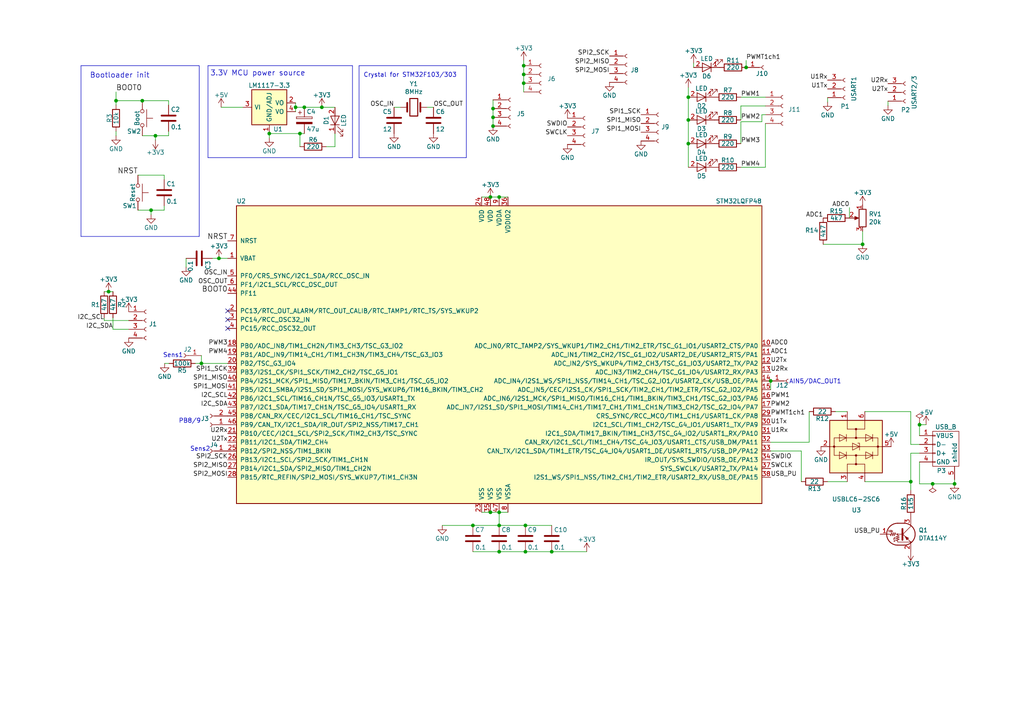
<source format=kicad_sch>
(kicad_sch (version 20230121) (generator eeschema)
  (paper "A4")
  (lib_symbols
    (symbol "Connector:Conn_01x01_Female" (pin_names (offset 1.016) hide)
      (property "Reference" "J" (at 0 2.54 0))
      (property "Value" "Conn_01x01_Female" (at 0 -2.54 0))
      (symbol "Conn_01x01_Female_1_1"
        (polyline (pts (xy -1.27 0) (xy -0.508 0)) (stroke (width 0.1524)))
        (arc (start 0 0.508) (mid -0.5058 0) (end 0 -0.508) (stroke (width 0.1524)))
        (pin passive line (at -5.08 0 0) (length 3.81) (name "Pin_1") (number "1"))
      )
    )
    (symbol "Connector:Conn_01x02_Female" (pin_names (offset 1.016) hide)
      (property "Reference" "J" (at 0 2.54 0))
      (property "Value" "Conn_01x02_Female" (at 0 -5.08 0))
      (symbol "Conn_01x02_Female_1_1"
        (arc (start 0 -2.032) (mid -0.5058 -2.54) (end 0 -3.048) (stroke (width 0.1524)))
        (polyline (pts (xy -1.27 -2.54) (xy -0.508 -2.54)) (stroke (width 0.1524)))
        (polyline (pts (xy -1.27 0) (xy -0.508 0)) (stroke (width 0.1524)))
        (arc (start 0 0.508) (mid -0.5058 0) (end 0 -0.508) (stroke (width 0.1524)))
        (pin passive line (at -5.08 0 0) (length 3.81) (name "Pin_1") (number "1"))
        (pin passive line (at -5.08 -2.54 0) (length 3.81) (name "Pin_2") (number "2"))
      )
    )
    (symbol "Connector:Conn_01x03_Female" (pin_names (offset 1.016) hide)
      (property "Reference" "J" (at 0 5.08 0))
      (property "Value" "Conn_01x03_Female" (at 0 -5.08 0))
      (symbol "Conn_01x03_Female_1_1"
        (arc (start 0 -2.032) (mid -0.5058 -2.54) (end 0 -3.048) (stroke (width 0.1524)))
        (polyline (pts (xy -1.27 -2.54) (xy -0.508 -2.54)) (stroke (width 0.1524)))
        (polyline (pts (xy -1.27 0) (xy -0.508 0)) (stroke (width 0.1524)))
        (polyline (pts (xy -1.27 2.54) (xy -0.508 2.54)) (stroke (width 0.1524)))
        (arc (start 0 0.508) (mid -0.5058 0) (end 0 -0.508) (stroke (width 0.1524)))
        (arc (start 0 3.048) (mid -0.5058 2.54) (end 0 2.032) (stroke (width 0.1524)))
        (pin passive line (at -5.08 2.54 0) (length 3.81) (name "Pin_1") (number "1"))
        (pin passive line (at -5.08 0 0) (length 3.81) (name "Pin_2") (number "2"))
        (pin passive line (at -5.08 -2.54 0) (length 3.81) (name "Pin_3") (number "3"))
      )
    )
    (symbol "Connector:Conn_01x04_Female" (pin_names (offset 1.016) hide)
      (property "Reference" "J" (at 0 5.08 0))
      (property "Value" "Conn_01x04_Female" (at 0 -7.62 0))
      (symbol "Conn_01x04_Female_1_1"
        (arc (start 0 -4.572) (mid -0.5058 -5.08) (end 0 -5.588) (stroke (width 0.1524)))
        (arc (start 0 -2.032) (mid -0.5058 -2.54) (end 0 -3.048) (stroke (width 0.1524)))
        (polyline (pts (xy -1.27 -5.08) (xy -0.508 -5.08)) (stroke (width 0.1524)))
        (polyline (pts (xy -1.27 -2.54) (xy -0.508 -2.54)) (stroke (width 0.1524)))
        (polyline (pts (xy -1.27 0) (xy -0.508 0)) (stroke (width 0.1524)))
        (polyline (pts (xy -1.27 2.54) (xy -0.508 2.54)) (stroke (width 0.1524)))
        (arc (start 0 0.508) (mid -0.5058 0) (end 0 -0.508) (stroke (width 0.1524)))
        (arc (start 0 3.048) (mid -0.5058 2.54) (end 0 2.032) (stroke (width 0.1524)))
        (pin passive line (at -5.08 2.54 0) (length 3.81) (name "Pin_1") (number "1"))
        (pin passive line (at -5.08 0 0) (length 3.81) (name "Pin_2") (number "2"))
        (pin passive line (at -5.08 -2.54 0) (length 3.81) (name "Pin_3") (number "3"))
        (pin passive line (at -5.08 -5.08 0) (length 3.81) (name "Pin_4") (number "4"))
      )
    )
    (symbol "Device:Crystal" (pin_numbers hide) (pin_names (offset 1.016) hide)
      (property "Reference" "Y" (at 0 3.81 0))
      (property "Value" "Crystal" (at 0 -3.81 0))
      (symbol "Crystal_0_1"
        (rectangle (start -1.143 2.54) (end 1.143 -2.54) (stroke (width 0.3048)))
        (polyline (pts (xy -2.54 0) (xy -1.905 0)))
        (polyline (pts (xy -1.905 -1.27) (xy -1.905 1.27)) (stroke (width 0.508)))
        (polyline (pts (xy 1.905 -1.27) (xy 1.905 1.27)) (stroke (width 0.508)))
        (polyline (pts (xy 2.54 0) (xy 1.905 0)))
      )
      (symbol "Crystal_1_1"
        (pin passive line (at -3.81 0 0) (length 1.27) (name "1") (number "1"))
        (pin passive line (at 3.81 0 180) (length 1.27) (name "2") (number "2"))
      )
    )
    (symbol "Device:R_Potentiometer" (pin_names (offset 1.016) hide)
      (property "Reference" "RV" (at -4.445 0 90))
      (property "Value" "R_Potentiometer" (at -2.54 0 90))
      (symbol "R_Potentiometer_0_1"
        (polyline (pts (xy 2.54 0) (xy 1.524 0)))
        (polyline (pts (xy 1.143 0) (xy 2.286 0.508) (xy 2.286 -0.508) (xy 1.143 0)) (fill (type outline)))
        (rectangle (start 1.016 2.54) (end -1.016 -2.54) (stroke (width 0.254)))
      )
      (symbol "R_Potentiometer_1_1"
        (pin passive line (at 0 3.81 270) (length 1.27) (name "1") (number "1"))
        (pin passive line (at 3.81 0 180) (length 1.27) (name "2") (number "2"))
        (pin passive line (at 0 -3.81 90) (length 1.27) (name "3") (number "3"))
      )
    )
    (symbol "Power_Protection:USBLC6-2SC6" (pin_names hide)
      (property "Reference" "U" (at 2.54 8.89 0))
      (property "Value" "USBLC6-2SC6" (at 2.54 -8.89 0))
      (symbol "USBLC6-2SC6_0_1"
        (rectangle (start -7.62 -7.62) (end 7.62 7.62) (stroke (width 0.254)) (fill (type background)))
        (circle (center -5.08 0) (radius 0.254) (fill (type outline)))
        (circle (center -2.54 0) (radius 0.254) (fill (type outline)))
        (rectangle (start -2.54 6.35) (end 2.54 -6.35))
        (circle (center 0 -6.35) (radius 0.254) (fill (type outline)))
        (polyline (pts (xy -5.08 -2.54) (xy -7.62 -2.54)))
        (polyline (pts (xy -5.08 0) (xy -5.08 -2.54)))
        (polyline (pts (xy -5.08 2.54) (xy -7.62 2.54)))
        (polyline (pts (xy -1.524 -2.794) (xy -3.556 -2.794)))
        (polyline (pts (xy -1.524 4.826) (xy -3.556 4.826)))
        (polyline (pts (xy 0 -7.62) (xy 0 -6.35)))
        (polyline (pts (xy 0 -6.35) (xy 0 1.27)))
        (polyline (pts (xy 0 1.27) (xy 0 6.35)))
        (polyline (pts (xy 0 6.35) (xy 0 7.62)))
        (polyline (pts (xy 1.524 -2.794) (xy 3.556 -2.794)))
        (polyline (pts (xy 1.524 4.826) (xy 3.556 4.826)))
        (polyline (pts (xy 5.08 -2.54) (xy 7.62 -2.54)))
        (polyline (pts (xy 5.08 0) (xy 5.08 -2.54)))
        (polyline (pts (xy 5.08 2.54) (xy 7.62 2.54)))
        (polyline (pts (xy -2.54 0) (xy -5.08 0) (xy -5.08 2.54)))
        (polyline (pts (xy 2.54 0) (xy 5.08 0) (xy 5.08 2.54)))
        (polyline (pts (xy -3.556 -4.826) (xy -1.524 -4.826) (xy -2.54 -2.794) (xy -3.556 -4.826)))
        (polyline (pts (xy -3.556 2.794) (xy -1.524 2.794) (xy -2.54 4.826) (xy -3.556 2.794)))
        (polyline (pts (xy -1.016 -1.016) (xy 1.016 -1.016) (xy 0 1.016) (xy -1.016 -1.016)))
        (polyline (pts (xy 1.016 1.016) (xy 0.762 1.016) (xy -1.016 1.016) (xy -1.016 0.508)))
        (polyline (pts (xy 3.556 -4.826) (xy 1.524 -4.826) (xy 2.54 -2.794) (xy 3.556 -4.826)))
        (polyline (pts (xy 3.556 2.794) (xy 1.524 2.794) (xy 2.54 4.826) (xy 3.556 2.794)))
        (circle (center 0 6.35) (radius 0.254) (fill (type outline)))
        (circle (center 2.54 0) (radius 0.254) (fill (type outline)))
        (circle (center 5.08 0) (radius 0.254) (fill (type outline)))
      )
      (symbol "USBLC6-2SC6_1_1"
        (pin passive line (at -10.16 -2.54 0) (length 2.54) (name "I/O1") (number "1"))
        (pin passive line (at 0 -10.16 90) (length 2.54) (name "GND") (number "2"))
        (pin passive line (at 10.16 -2.54 180) (length 2.54) (name "I/O2") (number "3"))
        (pin passive line (at 10.16 2.54 180) (length 2.54) (name "I/O2") (number "4"))
        (pin passive line (at 0 10.16 270) (length 2.54) (name "VBUS") (number "5"))
        (pin passive line (at -10.16 2.54 0) (length 2.54) (name "I/O1") (number "6"))
      )
    )
    (symbol "Transistor_BJT:DTA114Y" (pin_names (offset 0) hide)
      (property "Reference" "Q" (at 5.08 1.905 0))
      (property "Value" "DTA114Y" (at 5.08 0 0))
      (symbol "DTA114Y_0_0"
        (text "10k" (at -3.302 0.889 0) (effects (font (size 0.508 0.508))))
        (text "47k" (at -2.159 -1.524 900) (effects (font (size 0.508 0.508))))
      )
      (symbol "DTA114Y_0_1"
        (circle (center -1.27 0) (radius 0.127))
        (arc (start -1.27 3.175) (mid -4.4312 0) (end -1.27 -3.175) (stroke (width 0.254)))
        (polyline (pts (xy -3.429 0) (xy -3.81 0)))
        (polyline (pts (xy -1.27 -3.175) (xy 0.635 -3.175)) (stroke (width 0.254)))
        (polyline (pts (xy -1.27 3.175) (xy 0.635 3.175)) (stroke (width 0.254)))
        (polyline (pts (xy 0 -0.254) (xy 2.54 2.286)))
        (polyline (pts (xy 0.127 1.524) (xy 0.127 -1.651)) (stroke (width 0.508)) (fill (type outline)))
        (polyline (pts (xy 2.54 2.286) (xy 2.54 2.54)))
        (polyline (pts (xy 2.54 -2.286) (xy 0 0.254) (xy 0 0.254)))
        (polyline (pts (xy 1.397 -1.651) (xy 1.905 -1.143) (xy 0.889 -0.635) (xy 1.397 -1.651)) (fill (type outline)))
        (polyline (pts (xy 0 0) (xy -1.905 0) (xy -2.032 0.508) (xy -2.286 -0.508) (xy -2.54 0.508) (xy -2.794 -0.508) (xy -3.048 0.508) (xy -3.302 -0.508) (xy -3.429 0)))
        (polyline (pts (xy -1.27 0) (xy -1.27 -0.381) (xy -0.762 -0.508) (xy -1.778 -0.762) (xy -0.762 -1.016) (xy -1.778 -1.27) (xy -0.762 -1.524) (xy -1.778 -1.778) (xy -1.27 -1.905) (xy -1.27 -2.286) (xy 2.54 -2.286)))
        (arc (start 0.635 -3.175) (mid 3.7962 0) (end 0.635 3.175) (stroke (width 0.254)))
        (circle (center 2.54 -2.286) (radius 0.127))
      )
      (symbol "DTA114Y_1_1"
        (pin input line (at -6.35 0 0) (length 2.54) (name "B") (number "1"))
        (pin passive line (at 2.54 -5.08 90) (length 2.54) (name "E") (number "2"))
        (pin passive line (at 2.54 5.08 270) (length 2.54) (name "C") (number "3"))
      )
    )
    (symbol "stm32-rescue:+3.3V" (power) (pin_names (offset 0))
      (property "Value" "+3.3V" (at 0 3.556 0))
      (symbol "+3.3V_0_1"
        (polyline (pts (xy -0.762 1.27) (xy 0 2.54)))
        (polyline (pts (xy 0 0) (xy 0 2.54)))
        (polyline (pts (xy 0 2.54) (xy 0.762 1.27)))
      )
      (symbol "+3.3V_1_1"
        (pin power_in line (at 0 0 90) (length 0) hide (name "+3V3") (number "1"))
      )
    )
    (symbol "stm32-rescue:+5V" (power) (pin_names (offset 0))
      (property "Value" "+5V" (at 0 3.556 0))
      (symbol "+5V_0_1"
        (polyline (pts (xy -0.762 1.27) (xy 0 2.54)))
        (polyline (pts (xy 0 0) (xy 0 2.54)))
        (polyline (pts (xy 0 2.54) (xy 0.762 1.27)))
      )
      (symbol "+5V_1_1"
        (pin power_in line (at 0 0 90) (length 0) hide (name "+5V") (number "1"))
      )
    )
    (symbol "stm32-rescue:C" (pin_numbers hide) (pin_names (offset 0.254))
      (property "Reference" "C" (at 0.635 2.54 0))
      (property "Value" "C" (at 0.635 -2.54 0))
      (symbol "C_0_1"
        (polyline (pts (xy -2.032 -0.762) (xy 2.032 -0.762)) (stroke (width 0.508)))
        (polyline (pts (xy -2.032 0.762) (xy 2.032 0.762)) (stroke (width 0.508)))
      )
      (symbol "C_1_1"
        (pin passive line (at 0 3.81 270) (length 2.794) (name "~") (number "1"))
        (pin passive line (at 0 -3.81 90) (length 2.794) (name "~") (number "2"))
      )
    )
    (symbol "stm32-rescue:CP" (pin_numbers hide) (pin_names (offset 0.254))
      (property "Reference" "C" (at 0.635 2.54 0))
      (property "Value" "CP" (at 0.635 -2.54 0))
      (symbol "CP_0_1"
        (rectangle (start -2.286 0.508) (end -2.286 1.016))
        (rectangle (start -2.286 0.508) (end 2.286 0.508))
        (polyline (pts (xy -1.778 2.286) (xy -0.762 2.286)))
        (polyline (pts (xy -1.27 2.794) (xy -1.27 1.778)))
        (rectangle (start 2.286 -0.508) (end -2.286 -1.016) (fill (type outline)))
        (rectangle (start 2.286 1.016) (end -2.286 1.016))
        (rectangle (start 2.286 1.016) (end 2.286 0.508))
      )
      (symbol "CP_1_1"
        (pin passive line (at 0 3.81 270) (length 2.794) (name "~") (number "1"))
        (pin passive line (at 0 -3.81 90) (length 2.794) (name "~") (number "2"))
      )
    )
    (symbol "stm32-rescue:GND" (power) (pin_names (offset 0))
      (property "Value" "GND" (at 0 -3.81 0))
      (symbol "GND_0_1"
        (polyline (pts (xy 0 0) (xy 0 -1.27) (xy 1.27 -1.27) (xy 0 -2.54) (xy -1.27 -1.27) (xy 0 -1.27)))
      )
      (symbol "GND_1_1"
        (pin power_in line (at 0 0 270) (length 0) hide (name "GND") (number "1"))
      )
    )
    (symbol "stm32-rescue:LED-RESCUE-stm32" (pin_names (offset 1.016) hide)
      (property "Reference" "D" (at 0 2.54 0))
      (property "Value" "LED-RESCUE-stm32" (at 0 -2.54 0))
      (symbol "LED-RESCUE-stm32_0_1"
        (polyline (pts (xy -1.27 -1.27) (xy -1.27 1.27)) (stroke (width 0.2032)))
        (polyline (pts (xy -1.27 0) (xy 1.27 0)))
        (polyline (pts (xy 1.27 -1.27) (xy 1.27 1.27) (xy -1.27 0) (xy 1.27 -1.27)) (stroke (width 0.2032)))
        (polyline (pts (xy -3.048 -0.762) (xy -4.572 -2.286) (xy -3.81 -2.286) (xy -4.572 -2.286) (xy -4.572 -1.524)))
        (polyline (pts (xy -1.778 -0.762) (xy -3.302 -2.286) (xy -2.54 -2.286) (xy -3.302 -2.286) (xy -3.302 -1.524)))
      )
      (symbol "LED-RESCUE-stm32_1_1"
        (pin passive line (at -3.81 0 0) (length 2.54) (name "K") (number "1"))
        (pin passive line (at 3.81 0 180) (length 2.54) (name "A") (number "2"))
      )
    )
    (symbol "stm32-rescue:LM1117-3.3-RESCUE-stm32" (pin_names (offset 0.762))
      (property "Reference" "U" (at 2.54 -6.35 0))
      (property "Value" "LM1117-3.3-RESCUE-stm32" (at 0 6.35 0))
      (symbol "LM1117-3.3-RESCUE-stm32_0_1"
        (rectangle (start -5.08 -5.08) (end 5.08 5.08) (stroke (width 0.254)) (fill (type background)))
      )
      (symbol "LM1117-3.3-RESCUE-stm32_1_1"
        (pin power_in line (at 0 -7.62 90) (length 2.54) (name "GND/ADJ") (number "1"))
        (pin passive line (at 7.62 1.27 180) (length 2.54) (name "VO") (number "2"))
        (pin power_in line (at -7.62 0 0) (length 2.54) (name "VI") (number "3"))
        (pin power_out line (at 7.62 -1.27 180) (length 2.54) (name "VO") (number "4"))
      )
    )
    (symbol "stm32-rescue:PWR_FLAG" (power) (pin_numbers hide) (pin_names (offset 0) hide)
      (property "Value" "PWR_FLAG" (at 0 3.81 0))
      (symbol "PWR_FLAG_0_0"
        (pin power_out line (at 0 0 90) (length 0) (name "pwr") (number "1"))
      )
      (symbol "PWR_FLAG_0_1"
        (polyline (pts (xy 0 0) (xy 0 1.27) (xy -1.016 1.905) (xy 0 2.54) (xy 1.016 1.905) (xy 0 1.27)))
      )
    )
    (symbol "stm32-rescue:R" (pin_numbers hide) (pin_names (offset 0))
      (property "Reference" "R" (at 2.032 0 90))
      (property "Value" "R" (at 0 0 90))
      (symbol "R_0_1"
        (rectangle (start -1.016 -2.54) (end 1.016 2.54) (stroke (width 0.254)))
      )
      (symbol "R_1_1"
        (pin passive line (at 0 3.81 270) (length 1.27) (name "~") (number "1"))
        (pin passive line (at 0 -3.81 90) (length 1.27) (name "~") (number "2"))
      )
    )
    (symbol "stm32-rescue:STM32F042C6Tx" (pin_names (offset 1.016))
      (property "Reference" "U" (at -76.2 43.815 0))
      (property "Value" "STM32F042C6Tx" (at 76.2 43.815 0))
      (property "Footprint" "LQFP48" (at 76.2 42.545 0))
      (symbol "STM32F042C6Tx_0_1"
        (rectangle (start -76.2 -43.18) (end 76.2 43.18) (stroke (width 0.254)) (fill (type background)))
      )
      (symbol "STM32F042C6Tx_1_1"
        (pin power_in line (at -78.74 27.94 0) (length 2.54) (name "VBAT") (number "1"))
        (pin bidirectional line (at 78.74 2.54 180) (length 2.54) (name "ADC_IN0/RTC_TAMP2/SYS_WKUP1/TIM2_CH1/TIM2_ETR/TSC_G1_IO1/USART2_CTS/PA0") (number "10"))
        (pin bidirectional line (at 78.74 0 180) (length 2.54) (name "ADC_IN1/TIM2_CH2/TSC_G1_IO2/USART2_DE/USART2_RTS/PA1") (number "11"))
        (pin bidirectional line (at 78.74 -2.54 180) (length 2.54) (name "ADC_IN2/SYS_WKUP4/TIM2_CH3/TSC_G1_IO3/USART2_TX/PA2") (number "12"))
        (pin bidirectional line (at 78.74 -5.08 180) (length 2.54) (name "ADC_IN3/TIM2_CH4/TSC_G1_IO4/USART2_RX/PA3") (number "13"))
        (pin bidirectional line (at 78.74 -7.62 180) (length 2.54) (name "ADC_IN4/I2S1_WS/SPI1_NSS/TIM14_CH1/TSC_G2_IO1/USART2_CK/USB_OE/PA4") (number "14"))
        (pin bidirectional line (at 78.74 -10.16 180) (length 2.54) (name "ADC_IN5/CEC/I2S1_CK/SPI1_SCK/TIM2_CH1/TIM2_ETR/TSC_G2_IO2/PA5") (number "15"))
        (pin bidirectional line (at 78.74 -12.7 180) (length 2.54) (name "ADC_IN6/I2S1_MCK/SPI1_MISO/TIM16_CH1/TIM1_BKIN/TIM3_CH1/TSC_G2_IO3/PA6") (number "16"))
        (pin bidirectional line (at 78.74 -15.24 180) (length 2.54) (name "ADC_IN7/I2S1_SD/SPI1_MOSI/TIM14_CH1/TIM17_CH1/TIM1_CH1N/TIM3_CH2/TSC_G2_IO4/PA7") (number "17"))
        (pin bidirectional line (at -78.74 2.54 0) (length 2.54) (name "PB0/ADC_IN8/TIM1_CH2N/TIM3_CH3/TSC_G3_IO2") (number "18"))
        (pin bidirectional line (at -78.74 0 0) (length 2.54) (name "PB1/ADC_IN9/TIM14_CH1/TIM1_CH3N/TIM3_CH4/TSC_G3_IO3") (number "19"))
        (pin bidirectional line (at -78.74 12.7 0) (length 2.54) (name "PC13/RTC_OUT_ALARM/RTC_OUT_CALIB/RTC_TAMP1/RTC_TS/SYS_WKUP2") (number "2"))
        (pin bidirectional line (at -78.74 -2.54 0) (length 2.54) (name "PB2/TSC_G3_IO4") (number "20"))
        (pin bidirectional line (at -78.74 -22.86 0) (length 2.54) (name "PB10/CEC/I2C1_SCL/SPI2_SCK/TIM2_CH3/TSC_SYNC") (number "21"))
        (pin bidirectional line (at -78.74 -25.4 0) (length 2.54) (name "PB11/I2C1_SDA/TIM2_CH4") (number "22"))
        (pin power_in line (at -5.08 -45.72 90) (length 2.54) (name "VSS") (number "23"))
        (pin power_in line (at -5.08 45.72 270) (length 2.54) (name "VDD") (number "24"))
        (pin bidirectional line (at -78.74 -27.94 0) (length 2.54) (name "PB12/SPI2_NSS/TIM1_BKIN") (number "25"))
        (pin bidirectional line (at -78.74 -30.48 0) (length 2.54) (name "PB13/I2C1_SCL/SPI2_SCK/TIM1_CH1N") (number "26"))
        (pin bidirectional line (at -78.74 -33.02 0) (length 2.54) (name "PB14/I2C1_SDA/SPI2_MISO/TIM1_CH2N") (number "27"))
        (pin bidirectional line (at -78.74 -35.56 0) (length 2.54) (name "PB15/RTC_REFIN/SPI2_MOSI/SYS_WKUP7/TIM1_CH3N") (number "28"))
        (pin bidirectional line (at 78.74 -17.78 180) (length 2.54) (name "CRS_SYNC/RCC_MCO/TIM1_CH1/USART1_CK/PA8") (number "29"))
        (pin bidirectional line (at -78.74 10.16 0) (length 2.54) (name "PC14/RCC_OSC32_IN") (number "3"))
        (pin bidirectional line (at 78.74 -20.32 180) (length 2.54) (name "I2C1_SCL/TIM1_CH2/TSC_G4_IO1/USART1_TX/PA9") (number "30"))
        (pin bidirectional line (at 78.74 -22.86 180) (length 2.54) (name "I2C1_SDA/TIM17_BKIN/TIM1_CH3/TSC_G4_IO2/USART1_RX/PA10") (number "31"))
        (pin bidirectional line (at 78.74 -25.4 180) (length 2.54) (name "CAN_RX/I2C1_SCL/TIM1_CH4/TSC_G4_IO3/USART1_CTS/USB_DM/PA11") (number "32"))
        (pin bidirectional line (at 78.74 -27.94 180) (length 2.54) (name "CAN_TX/I2C1_SDA/TIM1_ETR/TSC_G4_IO4/USART1_DE/USART1_RTS/USB_DP/PA12") (number "33"))
        (pin bidirectional line (at 78.74 -30.48 180) (length 2.54) (name "IR_OUT/SYS_SWDIO/USB_OE/PA13") (number "34"))
        (pin power_in line (at -2.54 -45.72 90) (length 2.54) (name "VSS") (number "35"))
        (pin power_in line (at 2.54 45.72 270) (length 2.54) (name "VDDIO2") (number "36"))
        (pin bidirectional line (at 78.74 -33.02 180) (length 2.54) (name "SYS_SWCLK/USART2_TX/PA14") (number "37"))
        (pin bidirectional line (at 78.74 -35.56 180) (length 2.54) (name "I2S1_WS/SPI1_NSS/TIM2_CH1/TIM2_ETR/USART2_RX/USB_OE/PA15") (number "38"))
        (pin bidirectional line (at -78.74 -5.08 0) (length 2.54) (name "PB3/I2S1_CK/SPI1_SCK/TIM2_CH2/TSC_G5_IO1") (number "39"))
        (pin bidirectional line (at -78.74 7.62 0) (length 2.54) (name "PC15/RCC_OSC32_OUT") (number "4"))
        (pin bidirectional line (at -78.74 -7.62 0) (length 2.54) (name "PB4/I2S1_MCK/SPI1_MISO/TIM17_BKIN/TIM3_CH1/TSC_G5_IO2") (number "40"))
        (pin bidirectional line (at -78.74 -10.16 0) (length 2.54) (name "PB5/I2C1_SMBA/I2S1_SD/SPI1_MOSI/SYS_WKUP6/TIM16_BKIN/TIM3_CH2") (number "41"))
        (pin bidirectional line (at -78.74 -12.7 0) (length 2.54) (name "PB6/I2C1_SCL/TIM16_CH1N/TSC_G5_IO3/USART1_TX") (number "42"))
        (pin bidirectional line (at -78.74 -15.24 0) (length 2.54) (name "PB7/I2C1_SDA/TIM17_CH1N/TSC_G5_IO4/USART1_RX") (number "43"))
        (pin bidirectional line (at -78.74 17.78 0) (length 2.54) (name "PF11") (number "44"))
        (pin bidirectional line (at -78.74 -17.78 0) (length 2.54) (name "PB8/CAN_RX/CEC/I2C1_SCL/TIM16_CH1/TSC_SYNC") (number "45"))
        (pin bidirectional line (at -78.74 -20.32 0) (length 2.54) (name "PB9/CAN_TX/I2C1_SDA/IR_OUT/SPI2_NSS/TIM17_CH1") (number "46"))
        (pin power_in line (at 0 -45.72 90) (length 2.54) (name "VSS") (number "47"))
        (pin power_in line (at -2.54 45.72 270) (length 2.54) (name "VDD") (number "48"))
        (pin input line (at -78.74 22.86 0) (length 2.54) (name "PF0/CRS_SYNC/I2C1_SDA/RCC_OSC_IN") (number "5"))
        (pin input line (at -78.74 20.32 0) (length 2.54) (name "PF1/I2C1_SCL/RCC_OSC_OUT") (number "6"))
        (pin input line (at -78.74 33.02 0) (length 2.54) (name "NRST") (number "7"))
        (pin power_in line (at 2.54 -45.72 90) (length 2.54) (name "VSSA") (number "8"))
        (pin power_in line (at 0 45.72 270) (length 2.54) (name "VDDA") (number "9"))
      )
    )
    (symbol "stm32-rescue:SW_Push" (pin_numbers hide) (pin_names (offset 1.016) hide)
      (property "Reference" "SW" (at 1.27 2.54 0))
      (property "Value" "SW_Push" (at 0 -1.524 0))
      (symbol "SW_Push_0_1"
        (circle (center -2.032 0) (radius 0.508))
        (polyline (pts (xy 0 1.27) (xy 0 3.048)))
        (polyline (pts (xy 2.54 1.27) (xy -2.54 1.27)))
        (circle (center 2.032 0) (radius 0.508))
        (pin passive line (at -5.08 0 0) (length 2.54) (name "1") (number "1"))
        (pin passive line (at 5.08 0 180) (length 2.54) (name "2") (number "2"))
      )
    )
    (symbol "stm32-rescue:USB_A-RESCUE-stm32" (pin_names (offset 1.016))
      (property "Reference" "P" (at 5.08 -5.08 0))
      (property "Value" "USB_A-RESCUE-stm32" (at -1.27 5.08 0))
      (symbol "USB_A-RESCUE-stm32_0_1"
        (rectangle (start -6.35 -3.81) (end 3.81 3.81))
        (rectangle (start -5.207 -3.81) (end -4.953 -3.048))
        (rectangle (start -2.667 -3.81) (end -2.413 -3.048))
        (rectangle (start -0.127 -3.81) (end 0.127 -3.048))
        (rectangle (start 2.413 -3.81) (end 2.667 -3.048))
      )
      (symbol "USB_A-RESCUE-stm32_1_1"
        (pin power_in line (at -5.08 -7.62 90) (length 3.81) (name "VBUS") (number "1"))
        (pin passive line (at -2.54 -7.62 90) (length 3.81) (name "D-") (number "2"))
        (pin passive line (at 0 -7.62 90) (length 3.81) (name "D+") (number "3"))
        (pin power_in line (at 2.54 -7.62 90) (length 3.81) (name "GND") (number "4"))
        (pin passive line (at 7.62 2.54 180) (length 3.81) (name "shield") (number "5"))
      )
    )
  )
  (junction (at 199.644 34.798))
  (junction (at 45.085 39.37))
  (junction (at 264.16 139.7))
  (junction (at 143.002 34.036))
  (junction (at 151.892 19.05))
  (junction (at 152.4 152.4))
  (junction (at 276.86 140.335))
  (junction (at 199.644 41.656))
  (junction (at 160.02 160.02))
  (junction (at 33.655 29.21))
  (junction (at 86.995 38.735))
  (junction (at 151.892 21.59))
  (junction (at 143.002 31.496))
  (junction (at 270.51 140.335))
  (junction (at 223.52 110.49))
  (junction (at 142.24 57.15))
  (junction (at 151.892 24.13))
  (junction (at 152.4 160.02))
  (junction (at 85.725 31.115))
  (junction (at 144.78 160.02))
  (junction (at 216.408 19.558))
  (junction (at 58.42 105.41))
  (junction (at 142.24 148.59))
  (junction (at 41.275 29.21))
  (junction (at 63.5 74.93))
  (junction (at 31.496 84.582))
  (junction (at 137.16 152.4))
  (junction (at 144.78 57.15))
  (junction (at 143.002 36.576))
  (junction (at 266.7 123.19))
  (junction (at 88.265 31.115))
  (junction (at 144.78 152.4))
  (junction (at 250.19 70.866))
  (junction (at 93.345 31.115))
  (junction (at 199.644 28.194))
  (junction (at 144.78 148.59))
  (junction (at 43.815 60.96))
  (junction (at 78.105 38.735))
  (no_connect (at 66.04 95.25))
  (no_connect (at 66.04 90.17))
  (no_connect (at 66.04 92.71))
  (wire (pts (xy 264.16 128.905) (xy 266.7 128.905)))
  (polyline (pts (xy 102.235 19.05) (xy 102.235 45.72)))
  (wire (pts (xy 47.625 60.96) (xy 47.625 59.69)))
  (wire (pts (xy 137.16 160.02) (xy 144.78 160.02)))
  (wire (pts (xy 151.892 24.13) (xy 151.892 26.67)))
  (wire (pts (xy 33.655 26.67) (xy 33.655 29.21)))
  (wire (pts (xy 264.16 142.24) (xy 264.16 139.7)))
  (wire (pts (xy 37.338 92.964) (xy 30.226 92.964)))
  (wire (pts (xy 250.825 139.7) (xy 264.16 139.7)))
  (wire (pts (xy 61.595 74.93) (xy 63.5 74.93)))
  (wire (pts (xy 223.52 128.27) (xy 234.696 128.27)))
  (wire (pts (xy 43.815 62.23) (xy 43.815 60.96)))
  (polyline (pts (xy 23.495 19.05) (xy 23.495 68.58)))
  (wire (pts (xy 250.825 119.38) (xy 264.16 119.38)))
  (wire (pts (xy 56.642 105.41) (xy 58.42 105.41)))
  (wire (pts (xy 93.345 31.115) (xy 97.155 31.115)))
  (wire (pts (xy 47.625 50.8) (xy 47.625 52.07)))
  (wire (pts (xy 152.4 152.4) (xy 160.02 152.4)))
  (wire (pts (xy 240.03 139.7) (xy 245.745 139.7)))
  (wire (pts (xy 276.86 140.335) (xy 270.51 140.335)))
  (wire (pts (xy 40.005 60.96) (xy 43.815 60.96)))
  (wire (pts (xy 220.98 33.274) (xy 221.996 33.274)))
  (wire (pts (xy 30.226 92.964) (xy 30.226 92.202)))
  (wire (pts (xy 30.226 84.582) (xy 31.496 84.582)))
  (wire (pts (xy 144.78 152.4) (xy 152.4 152.4)))
  (wire (pts (xy 246.38 63.246) (xy 246.38 60.198)))
  (wire (pts (xy 45.085 40.64) (xy 45.085 39.37)))
  (wire (pts (xy 137.16 152.4) (xy 144.78 152.4)))
  (wire (pts (xy 201.168 18.288) (xy 201.168 19.558)))
  (wire (pts (xy 58.42 103.124) (xy 58.42 105.41)))
  (wire (pts (xy 128.27 152.4) (xy 137.16 152.4)))
  (wire (pts (xy 86.995 38.735) (xy 88.265 38.735)))
  (polyline (pts (xy 104.14 45.72) (xy 135.255 45.72)))
  (wire (pts (xy 78.105 40.005) (xy 78.105 38.735)))
  (polyline (pts (xy 104.14 19.05) (xy 104.14 45.72)))
  (wire (pts (xy 37.338 95.504) (xy 32.766 95.504)))
  (wire (pts (xy 240.03 28.321) (xy 240.03 29.591)))
  (polyline (pts (xy 135.255 19.05) (xy 104.14 19.05)))
  (polyline (pts (xy 60.325 45.72) (xy 60.325 19.05)))
  (wire (pts (xy 125.73 31.115) (xy 123.825 31.115)))
  (wire (pts (xy 58.42 105.41) (xy 66.04 105.41)))
  (wire (pts (xy 144.78 148.59) (xy 147.32 148.59)))
  (wire (pts (xy 266.7 123.19) (xy 266.7 122.555)))
  (wire (pts (xy 143.002 34.036) (xy 143.002 31.496)))
  (wire (pts (xy 160.02 160.02) (xy 170.18 160.02)))
  (wire (pts (xy 64.135 31.115) (xy 70.485 31.115)))
  (wire (pts (xy 270.51 140.335) (xy 266.7 140.335)))
  (wire (pts (xy 160.02 160.02) (xy 152.4 160.02)))
  (wire (pts (xy 264.16 119.38) (xy 264.16 128.905)))
  (wire (pts (xy 214.884 30.734) (xy 221.996 30.734)))
  (wire (pts (xy 41.275 39.37) (xy 45.085 39.37)))
  (wire (pts (xy 114.3 31.115) (xy 116.205 31.115)))
  (wire (pts (xy 48.895 39.37) (xy 48.895 38.1)))
  (wire (pts (xy 238.76 70.866) (xy 250.19 70.866)))
  (wire (pts (xy 143.002 31.496) (xy 143.002 28.956)))
  (wire (pts (xy 41.275 29.21) (xy 48.895 29.21)))
  (wire (pts (xy 78.105 38.735) (xy 86.995 38.735)))
  (wire (pts (xy 33.655 39.37) (xy 33.655 38.1)))
  (wire (pts (xy 257.556 29.337) (xy 257.556 30.607)))
  (wire (pts (xy 139.7 148.59) (xy 142.24 148.59)))
  (wire (pts (xy 151.892 19.05) (xy 151.892 17.526)))
  (wire (pts (xy 97.155 42.545) (xy 97.155 38.735)))
  (wire (pts (xy 142.24 148.59) (xy 144.78 148.59)))
  (wire (pts (xy 85.725 31.115) (xy 88.265 31.115)))
  (wire (pts (xy 32.766 95.504) (xy 32.766 92.202)))
  (wire (pts (xy 144.78 57.15) (xy 147.32 57.15)))
  (wire (pts (xy 63.5 74.93) (xy 66.04 74.93)))
  (wire (pts (xy 199.644 28.194) (xy 199.644 25.4)))
  (polyline (pts (xy 102.235 45.72) (xy 60.325 45.72)))
  (wire (pts (xy 40.005 50.8) (xy 47.625 50.8)))
  (wire (pts (xy 199.644 41.656) (xy 199.644 48.514)))
  (wire (pts (xy 47.752 105.41) (xy 49.022 105.41)))
  (wire (pts (xy 139.7 57.15) (xy 142.24 57.15)))
  (wire (pts (xy 199.644 28.194) (xy 199.644 34.798)))
  (wire (pts (xy 264.16 139.7) (xy 264.16 131.445)))
  (wire (pts (xy 88.265 31.115) (xy 93.345 31.115)))
  (wire (pts (xy 250.19 70.866) (xy 250.19 67.056)))
  (polyline (pts (xy 57.785 68.58) (xy 57.785 19.05)))
  (wire (pts (xy 221.996 48.514) (xy 221.996 35.814)))
  (wire (pts (xy 85.725 29.845) (xy 85.725 31.115)))
  (wire (pts (xy 151.892 21.59) (xy 151.892 19.05)))
  (wire (pts (xy 232.41 130.81) (xy 232.41 139.7)))
  (wire (pts (xy 223.52 110.49) (xy 223.52 113.03)))
  (wire (pts (xy 266.7 126.365) (xy 266.7 123.19)))
  (polyline (pts (xy 57.785 19.05) (xy 23.495 19.05)))
  (wire (pts (xy 31.496 84.582) (xy 32.766 84.582)))
  (wire (pts (xy 232.41 130.81) (xy 223.52 130.81)))
  (wire (pts (xy 276.86 140.335) (xy 276.86 139.065)))
  (wire (pts (xy 86.995 42.545) (xy 86.995 38.735)))
  (wire (pts (xy 85.725 31.115) (xy 85.725 32.385)))
  (wire (pts (xy 242.316 119.38) (xy 245.745 119.38)))
  (wire (pts (xy 151.892 24.13) (xy 151.892 21.59)))
  (polyline (pts (xy 60.325 19.05) (xy 102.235 19.05)))
  (wire (pts (xy 199.644 34.798) (xy 199.644 41.656)))
  (polyline (pts (xy 23.495 68.58) (xy 57.785 68.58)))
  (wire (pts (xy 234.696 119.38) (xy 234.696 128.27)))
  (wire (pts (xy 43.815 60.96) (xy 47.625 60.96)))
  (wire (pts (xy 142.24 57.15) (xy 144.78 57.15)))
  (wire (pts (xy 33.655 29.21) (xy 33.655 30.48)))
  (wire (pts (xy 214.884 48.514) (xy 221.996 48.514)))
  (wire (pts (xy 48.895 29.21) (xy 48.895 30.48)))
  (wire (pts (xy 33.655 29.21) (xy 41.275 29.21)))
  (wire (pts (xy 144.78 160.02) (xy 152.4 160.02)))
  (wire (pts (xy 143.002 36.576) (xy 143.002 34.036)))
  (wire (pts (xy 266.7 140.335) (xy 266.7 133.985)))
  (wire (pts (xy 266.7 123.19) (xy 268.605 123.19)))
  (wire (pts (xy 214.884 34.798) (xy 214.884 30.734)))
  (wire (pts (xy 214.884 28.194) (xy 221.996 28.194)))
  (polyline (pts (xy 135.255 45.72) (xy 135.255 19.05)))
  (wire (pts (xy 53.975 77.47) (xy 53.975 74.93)))
  (wire (pts (xy 214.884 35.306) (xy 220.98 35.306)))
  (wire (pts (xy 214.884 41.656) (xy 214.884 35.306)))
  (wire (pts (xy 94.615 42.545) (xy 97.155 42.545)))
  (wire (pts (xy 220.98 35.306) (xy 220.98 33.274)))
  (wire (pts (xy 216.408 17.526) (xy 216.408 19.558)))
  (wire (pts (xy 45.085 39.37) (xy 48.895 39.37)))
  (wire (pts (xy 144.78 152.4) (xy 144.78 148.59)))
  (wire (pts (xy 264.16 131.445) (xy 266.7 131.445)))
  (text "Sens1" (at 47.244 103.886 0) (effects (font (size 1.27 1.27)) (justify left bottom)))
  (text "3.3V MCU power source" (at 60.96 22.225 0) (effects (font (size 1.524 1.524)) (justify left bottom)))
  (text "Crystal for STM32F103/303" (at 105.41 22.606 0) (effects (font (size 1.27 1.27)) (justify left bottom)))
  (text "PB8/9" (at 51.816 122.936 0) (effects (font (size 1.27 1.27)) (justify left bottom)))
  (text "AIN5/DAC_OUT1" (at 228.854 111.506 0) (effects (font (size 1.27 1.27)) (justify left bottom)))
  (text "Bootloader init" (at 26.035 22.86 0) (effects (font (size 1.524 1.524)) (justify left bottom)))
  (text "Sens2" (at 55.118 131.064 0) (effects (font (size 1.27 1.27)) (justify left bottom)))
  (label "ADC1" (at 223.52 102.87 0))
  (label "BOOT0" (at 66.04 85.09 180) (effects (font (size 1.524 1.524))))
  (label "OSC_OUT" (at 66.04 82.55 180))
  (label "U2Rx" (at 66.04 125.73 180))
  (label "SWDIO" (at 164.592 36.83 180))
  (label "U2Rx" (at 223.52 107.95 0))
  (label "PWM4" (at 214.884 48.514 0))
  (label "U1Rx" (at 240.03 23.241 180))
  (label "SPI2_MISO" (at 66.04 135.89 180))
  (label "OSC_OUT" (at 125.73 31.115 0))
  (label "USB_PU" (at 223.52 138.43 0))
  (label "SPI1_MISO" (at 66.04 110.49 180))
  (label "PWM3" (at 214.884 41.656 0))
  (label "U1Tx" (at 223.52 123.19 0))
  (label "I2C_SDA" (at 66.04 118.11 180))
  (label "SWCLK" (at 223.52 135.89 0))
  (label "SPI1_SCK" (at 66.04 107.95 180))
  (label "SWCLK" (at 164.592 39.37 180))
  (label "NRST" (at 40.005 50.8 180) (effects (font (size 1.524 1.524))))
  (label "BOOT0" (at 33.655 26.67 0) (effects (font (size 1.524 1.524))))
  (label "SPI1_MOSI" (at 185.928 38.354 180))
  (label "I2C_SCL" (at 66.04 115.57 180))
  (label "U2Tx" (at 223.52 105.41 0))
  (label "SWDIO" (at 223.52 133.35 0))
  (label "PWM2" (at 214.884 34.798 0))
  (label "PWM1" (at 223.52 115.57 0))
  (label "OSC_IN" (at 114.3 31.115 180))
  (label "SPI2_MOSI" (at 66.04 138.43 180))
  (label "ADC1" (at 238.76 63.246 180))
  (label "SPI2_MOSI" (at 176.784 21.336 180))
  (label "SPI1_MOSI" (at 66.04 113.03 180))
  (label "I2C_SDA" (at 32.766 95.504 180))
  (label "SPI1_MISO" (at 185.928 35.814 180))
  (label "ADC0" (at 246.38 60.198 180))
  (label "PWMT1ch1" (at 223.52 120.65 0))
  (label "SPI2_MISO" (at 176.784 18.796 180))
  (label "NRST" (at 66.04 69.85 180) (effects (font (size 1.524 1.524))))
  (label "PWM4" (at 66.04 102.87 180))
  (label "ADC0" (at 223.52 100.33 0))
  (label "U2Tx" (at 66.04 128.27 180))
  (label "OSC_IN" (at 66.04 80.01 180))
  (label "U2Rx" (at 257.556 24.257 180))
  (label "SPI2_SCK" (at 176.784 16.256 180))
  (label "USB_PU" (at 255.27 154.94 180))
  (label "U1Rx" (at 223.52 125.73 0))
  (label "U2Tx" (at 257.556 26.797 180))
  (label "PWM1" (at 214.884 28.194 0))
  (label "SPI1_SCK" (at 185.928 33.274 180))
  (label "U1Tx" (at 240.03 25.781 180))
  (label "PWMT1ch1" (at 216.408 17.526 0))
  (label "I2C_SCL" (at 30.226 92.964 180))
  (label "PWM2" (at 223.52 118.11 0))
  (label "SPI2_SCK" (at 66.04 133.35 180))
  (label "PWM3" (at 66.04 100.33 180))
  (symbol (lib_id "stm32-rescue:LM1117-3.3-RESCUE-stm32") (at 78.105 31.115 0) (unit 1)
    (property "Reference" "U1" (at 80.645 37.465 0))
    (property "Value" "LM1117-3.3" (at 78.105 24.765 0))
    (property "Footprint" "Package_TO_SOT_SMD:SOT-223" (effects hide))
  )
  (symbol (lib_id "stm32-rescue:+5V") (at 64.135 31.115 0) (unit 1)
    (property "Reference" "#PWR011" (effects hide))
    (property "Value" "+5V" (at 64.135 27.559 0))
  )
  (symbol (lib_id "stm32-rescue:GND") (at 78.105 40.005 0) (unit 1)
    (property "Reference" "#PWR012" (effects hide))
    (property "Value" "GND" (at 78.105 43.815 0))
  )
  (symbol (lib_id "stm32-rescue:CP") (at 88.265 34.925 0) (unit 1)
    (property "Reference" "C4" (at 88.9 32.385 0) (effects (justify left)))
    (property "Value" "47u" (at 88.9 37.465 0) (effects (justify left)))
    (property "Footprint" "Capacitor_Tantalum_SMD:CP_EIA-6032-28_Kemet-C_Pad2.25x2.35mm_HandSolder" (effects hide))
  )
  (symbol (lib_id "stm32-rescue:+3.3V") (at 93.345 31.115 0) (unit 1)
    (property "Reference" "#PWR013" (effects hide))
    (property "Value" "+3.3V" (at 93.345 27.559 0))
  )
  (symbol (lib_id "stm32-rescue:LED-RESCUE-stm32") (at 97.155 34.925 90) (unit 1)
    (property "Reference" "D1" (at 94.615 34.925 0))
    (property "Value" "LED" (at 99.695 34.925 0))
    (property "Footprint" "LED_THT:LED_D3.0mm" (effects hide))
  )
  (symbol (lib_id "stm32-rescue:R") (at 90.805 42.545 90) (unit 1)
    (property "Reference" "R6" (at 90.805 40.513 90))
    (property "Value" "220" (at 90.805 42.545 90))
    (property "Footprint" "Resistor_SMD:R_0805_2012Metric_Pad1.15x1.40mm_HandSolder" (effects hide))
  )
  (symbol (lib_id "stm32-rescue:SW_Push") (at 41.275 34.29 270) (unit 1)
    (property "Reference" "SW2" (at 36.83 38.1 90) (effects (justify left)))
    (property "Value" "Boot" (at 39.751 34.29 0))
    (property "Footprint" "Button_Switch_THT:SW_PUSH_6mm" (effects hide))
  )
  (symbol (lib_id "stm32-rescue:SW_Push") (at 40.005 55.88 270) (unit 1)
    (property "Reference" "SW1" (at 35.56 59.69 90) (effects (justify left)))
    (property "Value" "Reset" (at 38.481 55.88 0))
    (property "Footprint" "Button_Switch_THT:SW_PUSH_6mm" (effects hide))
  )
  (symbol (lib_id "stm32-rescue:GND") (at 33.655 39.37 0) (unit 1)
    (property "Reference" "#PWR02" (effects hide))
    (property "Value" "GND" (at 33.655 43.18 0))
  )
  (symbol (lib_id "stm32-rescue:+3.3V") (at 45.085 40.64 180) (unit 1)
    (property "Reference" "#PWR07" (effects hide))
    (property "Value" "+3.3V" (at 45.085 44.196 0))
  )
  (symbol (lib_id "stm32-rescue:GND") (at 43.815 62.23 0) (unit 1)
    (property "Reference" "#PWR06" (effects hide))
    (property "Value" "GND" (at 43.815 66.04 0))
  )
  (symbol (lib_id "stm32-rescue:R") (at 33.655 34.29 0) (unit 1)
    (property "Reference" "R3" (at 31.75 34.29 90))
    (property "Value" "10k" (at 33.655 34.29 90))
    (property "Footprint" "Resistor_SMD:R_0603_1608Metric_Pad1.05x0.95mm_HandSolder" (effects hide))
  )
  (symbol (lib_id "stm32-rescue:C") (at 48.895 34.29 0) (unit 1)
    (property "Reference" "C2" (at 49.53 31.75 0) (effects (justify left)))
    (property "Value" "0.1" (at 49.53 36.83 0) (effects (justify left)))
    (property "Footprint" "Capacitor_SMD:C_0603_1608Metric_Pad1.05x0.95mm_HandSolder" (effects hide))
  )
  (symbol (lib_id "stm32-rescue:C") (at 47.625 55.88 0) (unit 1)
    (property "Reference" "C1" (at 48.26 53.34 0) (effects (justify left)))
    (property "Value" "0.1" (at 48.26 58.42 0) (effects (justify left)))
    (property "Footprint" "Capacitor_SMD:C_0603_1608Metric_Pad1.05x0.95mm_HandSolder" (effects hide))
  )
  (symbol (lib_id "stm32-rescue:STM32F042C6Tx") (at 144.78 102.87 0) (unit 1)
    (property "Reference" "U2" (at 68.58 59.055 0) (effects (justify left bottom)))
    (property "Value" "STM32LQFP48" (at 220.98 59.055 0) (effects (justify right bottom)))
    (property "Footprint" "Package_DIP:DIP-48_W15.24mm_Socket_LongPads" (effects hide))
  )
  (symbol (lib_id "stm32-rescue:C") (at 137.16 156.21 0) (unit 1)
    (property "Reference" "C7" (at 137.795 153.67 0) (effects (justify left)))
    (property "Value" "0.1" (at 137.795 158.75 0) (effects (justify left)))
    (property "Footprint" "Capacitor_SMD:C_0603_1608Metric_Pad1.05x0.95mm_HandSolder" (effects hide))
  )
  (symbol (lib_id "stm32-rescue:C") (at 144.78 156.21 0) (unit 1)
    (property "Reference" "C8" (at 145.415 153.67 0) (effects (justify left)))
    (property "Value" "0.1" (at 145.415 158.75 0) (effects (justify left)))
    (property "Footprint" "Capacitor_SMD:C_0603_1608Metric_Pad1.05x0.95mm_HandSolder" (effects hide))
  )
  (symbol (lib_id "stm32-rescue:C") (at 152.4 156.21 0) (unit 1)
    (property "Reference" "C9" (at 153.035 153.67 0) (effects (justify left)))
    (property "Value" "0.1" (at 153.035 158.75 0) (effects (justify left)))
    (property "Footprint" "Capacitor_SMD:C_0603_1608Metric_Pad1.05x0.95mm_HandSolder" (effects hide))
  )
  (symbol (lib_id "stm32-rescue:+3.3V") (at 170.18 160.02 0) (unit 1)
    (property "Reference" "#PWR022" (effects hide))
    (property "Value" "+3.3V" (at 170.18 156.464 0))
  )
  (symbol (lib_id "stm32-rescue:GND") (at 128.27 152.4 0) (unit 1)
    (property "Reference" "#PWR016" (effects hide))
    (property "Value" "GND" (at 128.27 156.21 0))
  )
  (symbol (lib_id "stm32-rescue:C") (at 160.02 156.21 0) (unit 1)
    (property "Reference" "C10" (at 160.655 153.67 0) (effects (justify left)))
    (property "Value" "0.1" (at 160.655 158.75 0) (effects (justify left)))
    (property "Footprint" "Capacitor_SMD:C_0603_1608Metric_Pad1.05x0.95mm_HandSolder" (effects hide))
  )
  (symbol (lib_id "stm32-rescue:USB_A-RESCUE-stm32") (at 274.32 131.445 270) (unit 1)
    (property "Reference" "P3" (at 273.05 136.525 90))
    (property "Value" "USB_B" (at 274.32 123.825 90))
    (property "Footprint" "Connector_USB:USB_B_OST_USB-B1HSxx_Horizontal" (effects hide))
  )
  (symbol (lib_id "stm32-rescue:GND") (at 238.125 129.54 0) (unit 1)
    (property "Reference" "#PWR027" (effects hide))
    (property "Value" "GND" (at 238.125 133.35 0))
  )
  (symbol (lib_id "Connector:Conn_01x03_Female") (at 245.11 25.781 0) (mirror x) (unit 1)
    (property "Reference" "P1" (at 245.11 30.861 0))
    (property "Value" "USART1" (at 247.65 25.781 90))
    (property "Footprint" "Connector_PinSocket_2.54mm:PinSocket_1x03_P2.54mm_Vertical" (effects hide))
  )
  (symbol (lib_id "stm32-rescue:GND") (at 240.03 29.591 0) (mirror y) (unit 1)
    (property "Reference" "#PWR028" (effects hide))
    (property "Value" "GND" (at 240.03 33.401 0))
  )
  (symbol (lib_id "stm32-rescue:PWR_FLAG") (at 266.7 122.555 0) (unit 1)
    (property "Reference" "#FLG01" (effects hide))
    (property "Value" "PWR_FLAG" (effects hide))
  )
  (symbol (lib_id "stm32-rescue:GND") (at 276.86 140.335 0) (unit 1)
    (property "Reference" "#PWR035" (effects hide))
    (property "Value" "GND" (at 276.86 144.145 0))
  )
  (symbol (lib_id "stm32-rescue:PWR_FLAG") (at 270.51 140.335 180) (unit 1)
    (property "Reference" "#FLG02" (effects hide))
    (property "Value" "PWR_FLAG" (effects hide))
  )
  (symbol (lib_id "stm32-rescue:R") (at 238.506 119.38 90) (mirror x) (unit 1)
    (property "Reference" "R12" (at 238.506 121.412 90))
    (property "Value" "22" (at 238.506 119.38 90))
    (property "Footprint" "Resistor_SMD:R_0603_1608Metric_Pad1.05x0.95mm_HandSolder" (effects hide))
  )
  (symbol (lib_id "stm32-rescue:R") (at 236.22 139.7 270) (unit 1)
    (property "Reference" "R13" (at 236.22 141.732 90))
    (property "Value" "22" (at 236.22 139.7 90))
    (property "Footprint" "Resistor_SMD:R_0603_1608Metric_Pad1.05x0.95mm_HandSolder" (effects hide))
  )
  (symbol (lib_id "Power_Protection:USBLC6-2SC6") (at 248.285 129.54 270) (unit 1)
    (property "Reference" "U3" (at 247.015 147.955 90) (effects (justify left)))
    (property "Value" "USBLC6-2SC6" (at 241.3 144.78 90) (effects (justify left)))
    (property "Footprint" "Package_TO_SOT_SMD:SOT-23-6_Handsoldering" (effects hide))
    (property "Datasheet" "http://www2.st.com/resource/en/datasheet/CD00050750.pdf" (effects hide))
  )
  (symbol (lib_id "stm32-rescue:+5V") (at 268.605 123.19 0) (unit 1)
    (property "Reference" "#PWR034" (effects hide))
    (property "Value" "+5V" (at 268.605 119.634 0))
  )
  (symbol (lib_id "stm32-rescue:+5V") (at 258.445 129.54 0) (unit 1)
    (property "Reference" "#PWR032" (effects hide))
    (property "Value" "+5V" (at 258.445 125.984 0))
  )
  (symbol (lib_id "stm32-rescue:+3.3V") (at 142.24 57.15 0) (unit 1)
    (property "Reference" "#PWR017" (effects hide))
    (property "Value" "+3.3V" (at 142.24 53.594 0))
  )
  (symbol (lib_id "stm32-rescue:+3.3V") (at 63.5 74.93 0) (unit 1)
    (property "Reference" "#PWR010" (effects hide))
    (property "Value" "+3.3V" (at 63.5 71.374 0))
  )
  (symbol (lib_id "stm32-rescue:C") (at 57.785 74.93 270) (unit 1)
    (property "Reference" "C3" (at 60.325 75.565 0) (effects (justify left)))
    (property "Value" "0.1" (at 55.245 75.565 0) (effects (justify left)))
    (property "Footprint" "Capacitor_SMD:C_0603_1608Metric_Pad1.05x0.95mm_HandSolder" (effects hide))
  )
  (symbol (lib_id "stm32-rescue:GND") (at 53.975 77.47 0) (unit 1)
    (property "Reference" "#PWR09" (effects hide))
    (property "Value" "GND" (at 53.975 81.28 0))
  )
  (symbol (lib_id "stm32-rescue:R") (at 52.832 105.41 270) (unit 1)
    (property "Reference" "R5" (at 52.832 107.442 90))
    (property "Value" "100k" (at 52.832 105.41 90))
    (property "Footprint" "Resistor_SMD:R_0603_1608Metric_Pad1.05x0.95mm_HandSolder" (effects hide))
  )
  (symbol (lib_id "stm32-rescue:GND") (at 47.752 105.41 0) (unit 1)
    (property "Reference" "#PWR08" (effects hide))
    (property "Value" "GND" (at 47.752 109.22 0))
  )
  (symbol (lib_id "stm32-rescue:LED-RESCUE-stm32") (at 203.454 34.798 180) (unit 1)
    (property "Reference" "D3" (at 203.454 37.338 0))
    (property "Value" "LED" (at 203.454 32.258 0))
    (property "Footprint" "LED_THT:LED_D3.0mm" (effects hide))
  )
  (symbol (lib_id "stm32-rescue:LED-RESCUE-stm32") (at 203.454 28.194 180) (unit 1)
    (property "Reference" "D2" (at 203.454 30.734 0))
    (property "Value" "LED" (at 203.454 25.654 0))
    (property "Footprint" "LED_THT:LED_D3.0mm" (effects hide))
  )
  (symbol (lib_id "Device:Crystal") (at 120.015 31.115 0) (unit 1)
    (property "Reference" "Y1" (at 120.015 24.3078 0))
    (property "Value" "8MHz" (at 120.015 26.6192 0))
    (property "Footprint" "Crystal:Crystal_HC49-U_Vertical" (effects hide))
  )
  (symbol (lib_id "stm32-rescue:C") (at 125.73 34.925 0) (unit 1)
    (property "Reference" "C6" (at 126.365 32.385 0) (effects (justify left)))
    (property "Value" "12" (at 126.365 37.465 0) (effects (justify left)))
    (property "Footprint" "Capacitor_SMD:C_0603_1608Metric_Pad1.05x0.95mm_HandSolder" (effects hide))
  )
  (symbol (lib_id "stm32-rescue:C") (at 114.3 34.925 0) (mirror y) (unit 1)
    (property "Reference" "C5" (at 113.665 32.385 0) (effects (justify left)))
    (property "Value" "12" (at 113.665 37.465 0) (effects (justify left)))
    (property "Footprint" "Capacitor_SMD:C_0603_1608Metric_Pad1.05x0.95mm_HandSolder" (effects hide))
  )
  (symbol (lib_id "stm32-rescue:GND") (at 114.3 38.735 0) (unit 1)
    (property "Reference" "#PWR014" (effects hide))
    (property "Value" "GND" (at 114.3 42.545 0))
  )
  (symbol (lib_id "stm32-rescue:GND") (at 125.73 38.735 0) (unit 1)
    (property "Reference" "#PWR015" (effects hide))
    (property "Value" "GND" (at 125.73 42.545 0))
  )
  (symbol (lib_id "stm32-rescue:+3.3V") (at 199.644 25.4 0) (unit 1)
    (property "Reference" "#PWR025" (effects hide))
    (property "Value" "+3.3V" (at 199.644 21.844 0))
  )
  (symbol (lib_id "stm32-rescue:R") (at 211.074 28.194 90) (unit 1)
    (property "Reference" "R7" (at 211.074 26.162 90))
    (property "Value" "220" (at 211.074 28.194 90))
    (property "Footprint" "Resistor_SMD:R_0805_2012Metric_Pad1.15x1.40mm_HandSolder" (effects hide))
  )
  (symbol (lib_id "stm32-rescue:R") (at 211.074 34.798 90) (unit 1)
    (property "Reference" "R8" (at 211.074 32.766 90))
    (property "Value" "220" (at 211.074 34.798 90))
    (property "Footprint" "Resistor_SMD:R_0805_2012Metric_Pad1.15x1.40mm_HandSolder" (effects hide))
  )
  (symbol (lib_id "stm32-rescue:R") (at 264.16 146.05 180) (unit 1)
    (property "Reference" "R16" (at 262.128 146.05 90))
    (property "Value" "1k5" (at 264.16 146.05 90))
    (property "Footprint" "Resistor_SMD:R_0603_1608Metric_Pad1.05x0.95mm_HandSolder" (effects hide))
  )
  (symbol (lib_id "Transistor_BJT:DTA114Y") (at 261.62 154.94 0) (unit 1)
    (property "Reference" "Q1" (at 266.3952 153.7716 0) (effects (justify left)))
    (property "Value" "DTA114Y" (at 266.3952 156.083 0) (effects (justify left)))
    (property "Footprint" "Package_TO_SOT_SMD:SOT-323_SC-70_Handsoldering" (effects hide))
  )
  (symbol (lib_id "Device:R_Potentiometer") (at 250.19 63.246 0) (mirror y) (unit 1)
    (property "Reference" "RV1" (at 251.968 62.0776 0) (effects (justify right)))
    (property "Value" "20k" (at 251.968 64.389 0) (effects (justify right)))
    (property "Footprint" "my_footprints:Potentiometer" (effects hide))
  )
  (symbol (lib_id "stm32-rescue:+3.3V") (at 250.19 59.436 0) (unit 1)
    (property "Reference" "#PWR029" (effects hide))
    (property "Value" "+3.3V" (at 250.19 55.88 0))
  )
  (symbol (lib_id "stm32-rescue:GND") (at 250.19 70.866 0) (unit 1)
    (property "Reference" "#PWR030" (effects hide))
    (property "Value" "GND" (at 250.19 74.676 0))
  )
  (symbol (lib_id "stm32-rescue:+3.3V") (at 264.16 160.02 180) (unit 1)
    (property "Reference" "#PWR033" (effects hide))
    (property "Value" "+3.3V" (at 264.16 163.576 0))
  )
  (symbol (lib_id "stm32-rescue:R") (at 238.76 67.056 0) (unit 1)
    (property "Reference" "R14" (at 235.458 66.802 0))
    (property "Value" "4k7" (at 238.76 67.056 90))
    (property "Footprint" "Resistor_SMD:R_0805_2012Metric_Pad1.15x1.40mm_HandSolder" (effects hide))
  )
  (symbol (lib_id "stm32-rescue:R") (at 242.57 63.246 270) (unit 1)
    (property "Reference" "R15" (at 242.57 61.214 90))
    (property "Value" "4k7" (at 242.57 63.246 90))
    (property "Footprint" "Resistor_SMD:R_0805_2012Metric_Pad1.15x1.40mm_HandSolder" (effects hide))
  )
  (symbol (lib_id "Connector:Conn_01x03_Female") (at 262.636 26.797 0) (mirror x) (unit 1)
    (property "Reference" "P2" (at 262.636 31.877 0))
    (property "Value" "USART2/3" (at 265.176 26.797 90))
    (property "Footprint" "Connector_PinSocket_2.54mm:PinSocket_1x03_P2.54mm_Vertical" (effects hide))
  )
  (symbol (lib_id "stm32-rescue:GND") (at 257.556 30.607 0) (mirror y) (unit 1)
    (property "Reference" "#PWR031" (effects hide))
    (property "Value" "GND" (at 257.556 34.417 0))
  )
  (symbol (lib_id "Connector:Conn_01x01_Female") (at 228.6 110.49 0) (unit 1)
    (property "Reference" "J12" (at 225.044 111.76 0) (effects (justify left)))
    (property "Value" "Conn_01x01_Female" (effects hide))
    (property "Footprint" "Connector_PinSocket_2.54mm:PinSocket_1x01_P2.54mm_Vertical" (effects hide))
  )
  (symbol (lib_id "stm32-rescue:LED-RESCUE-stm32") (at 203.454 41.656 180) (unit 1)
    (property "Reference" "D4" (at 203.454 44.196 0))
    (property "Value" "LED" (at 203.454 39.116 0))
    (property "Footprint" "LED_THT:LED_D3.0mm" (effects hide))
  )
  (symbol (lib_id "stm32-rescue:R") (at 211.074 41.656 90) (unit 1)
    (property "Reference" "R9" (at 211.074 39.624 90))
    (property "Value" "220" (at 211.074 41.656 90))
    (property "Footprint" "Resistor_SMD:R_0805_2012Metric_Pad1.15x1.40mm_HandSolder" (effects hide))
  )
  (symbol (lib_id "stm32-rescue:LED-RESCUE-stm32") (at 203.454 48.514 180) (unit 1)
    (property "Reference" "D5" (at 203.454 51.054 0))
    (property "Value" "LED" (at 203.454 45.974 0))
    (property "Footprint" "LED_THT:LED_D3.0mm" (effects hide))
  )
  (symbol (lib_id "stm32-rescue:R") (at 211.074 48.514 90) (unit 1)
    (property "Reference" "R10" (at 211.074 46.482 90))
    (property "Value" "220" (at 211.074 48.514 90))
    (property "Footprint" "Resistor_SMD:R_0805_2012Metric_Pad1.15x1.40mm_HandSolder" (effects hide))
  )
  (symbol (lib_id "Connector:Conn_01x01_Female") (at 53.34 103.124 180) (unit 1)
    (property "Reference" "J2" (at 55.626 101.346 0) (effects (justify left)))
    (property "Value" "Conn_01x01_Female" (effects hide))
    (property "Footprint" "Connector_PinSocket_2.54mm:PinSocket_1x01_P2.54mm_Vertical" (effects hide))
  )
  (symbol (lib_id "Connector:Conn_01x01_Female") (at 60.96 130.81 180) (unit 1)
    (property "Reference" "J4" (at 63.246 129.032 0) (effects (justify left)))
    (property "Value" "Conn_01x01_Female" (effects hide))
    (property "Footprint" "Connector_PinSocket_2.54mm:PinSocket_1x01_P2.54mm_Vertical" (effects hide))
  )
  (symbol (lib_id "Connector:Conn_01x04_Female") (at 181.864 18.796 0) (unit 1)
    (property "Reference" "J8" (at 182.88 20.32 0) (effects (justify left)))
    (property "Value" "Conn_01x04_Female" (effects hide))
    (property "Footprint" "Connector_PinSocket_2.54mm:PinSocket_1x04_P2.54mm_Vertical" (effects hide))
  )
  (symbol (lib_id "stm32-rescue:GND") (at 176.784 23.876 0) (mirror y) (unit 1)
    (property "Reference" "#PWR023" (effects hide))
    (property "Value" "GND" (at 176.784 27.686 0))
  )
  (symbol (lib_id "Connector:Conn_01x04_Female") (at 156.972 21.59 0) (unit 1)
    (property "Reference" "J6" (at 158.75 22.86 0) (effects (justify left)))
    (property "Value" "Conn_01x04_Female" (effects hide))
    (property "Footprint" "Connector_PinSocket_2.54mm:PinSocket_1x04_P2.54mm_Vertical" (effects hide))
  )
  (symbol (lib_id "Connector:Conn_01x04_Female") (at 148.082 31.496 0) (unit 1)
    (property "Reference" "J5" (at 149.86 33.02 0) (effects (justify left)))
    (property "Value" "Conn_01x04_Female" (effects hide))
    (property "Footprint" "Connector_PinSocket_2.54mm:PinSocket_1x04_P2.54mm_Vertical" (effects hide))
  )
  (symbol (lib_id "stm32-rescue:GND") (at 143.002 36.576 0) (mirror y) (unit 1)
    (property "Reference" "#PWR018" (effects hide))
    (property "Value" "GND" (at 143.002 40.386 0))
  )
  (symbol (lib_id "stm32-rescue:+3.3V") (at 151.892 17.526 0) (unit 1)
    (property "Reference" "#PWR019" (effects hide))
    (property "Value" "+3.3V" (at 151.892 13.97 0))
  )
  (symbol (lib_id "Connector:Conn_01x04_Female") (at 227.076 30.734 0) (unit 1)
    (property "Reference" "J11" (at 228.6 31.75 0) (effects (justify left)))
    (property "Value" "Conn_01x04_Female" (effects hide))
    (property "Footprint" "Connector_PinSocket_2.54mm:PinSocket_1x04_P2.54mm_Vertical" (effects hide))
  )
  (symbol (lib_id "stm32-rescue:LED-RESCUE-stm32") (at 204.978 19.558 180) (unit 1)
    (property "Reference" "D6" (at 204.978 22.098 0))
    (property "Value" "LED" (at 204.978 17.018 0))
    (property "Footprint" "LED_THT:LED_D3.0mm" (effects hide))
  )
  (symbol (lib_id "stm32-rescue:R") (at 212.598 19.558 90) (unit 1)
    (property "Reference" "R11" (at 212.598 17.526 90))
    (property "Value" "220" (at 212.598 19.558 90))
    (property "Footprint" "Resistor_SMD:R_0805_2012Metric_Pad1.15x1.40mm_HandSolder" (effects hide))
  )
  (symbol (lib_id "stm32-rescue:+3.3V") (at 201.168 18.288 0) (unit 1)
    (property "Reference" "#PWR026" (effects hide))
    (property "Value" "+3.3V" (at 201.168 14.732 0))
  )
  (symbol (lib_id "Connector:Conn_01x01_Female") (at 221.488 19.558 0) (unit 1)
    (property "Reference" "J10" (at 219.202 21.336 0) (effects (justify left)))
    (property "Value" "Conn_01x01_Female" (effects hide))
    (property "Footprint" "Connector_PinSocket_2.54mm:PinSocket_1x01_P2.54mm_Vertical" (effects hide))
  )
  (symbol (lib_id "Connector:Conn_01x04_Female") (at 169.672 36.83 0) (unit 1)
    (property "Reference" "J7" (at 171.45 38.1 0) (effects (justify left)))
    (property "Value" "Conn_01x04_Female" (effects hide))
    (property "Footprint" "Connector_PinSocket_2.54mm:PinSocket_1x04_P2.54mm_Vertical" (effects hide))
  )
  (symbol (lib_id "stm32-rescue:GND") (at 164.592 41.91 0) (mirror y) (unit 1)
    (property "Reference" "#PWR021" (effects hide))
    (property "Value" "GND" (at 164.592 45.72 0))
  )
  (symbol (lib_id "stm32-rescue:+3.3V") (at 164.592 34.29 0) (unit 1)
    (property "Reference" "#PWR020" (effects hide))
    (property "Value" "+3.3V" (at 164.592 30.734 0))
  )
  (symbol (lib_id "Connector:Conn_01x04_Female") (at 191.008 35.814 0) (unit 1)
    (property "Reference" "J9" (at 191.77 36.83 0) (effects (justify left)))
    (property "Value" "Conn_01x04_Female" (effects hide))
    (property "Footprint" "Connector_PinSocket_2.54mm:PinSocket_1x04_P2.54mm_Vertical" (effects hide))
  )
  (symbol (lib_id "stm32-rescue:GND") (at 185.928 40.894 0) (mirror y) (unit 1)
    (property "Reference" "#PWR024" (effects hide))
    (property "Value" "GND" (at 185.928 44.704 0))
  )
  (symbol (lib_id "stm32-rescue:R") (at 32.766 88.392 0) (unit 1)
    (property "Reference" "R2" (at 35.306 88.392 0))
    (property "Value" "4k7" (at 32.766 88.392 90))
    (property "Footprint" "Resistor_SMD:R_0805_2012Metric_Pad1.15x1.40mm_HandSolder" (effects hide))
  )
  (symbol (lib_id "stm32-rescue:R") (at 30.226 88.392 0) (unit 1)
    (property "Reference" "R1" (at 27.686 88.392 0))
    (property "Value" "4k7" (at 30.226 88.392 90))
    (property "Footprint" "Resistor_SMD:R_0805_2012Metric_Pad1.15x1.40mm_HandSolder" (effects hide))
  )
  (symbol (lib_id "stm32-rescue:+3.3V") (at 31.496 84.582 0) (unit 1)
    (property "Reference" "#PWR01" (effects hide))
    (property "Value" "+3.3V" (at 31.496 81.026 0))
  )
  (symbol (lib_id "Connector:Conn_01x04_Female") (at 42.418 92.964 0) (unit 1)
    (property "Reference" "J1" (at 43.18 93.98 0) (effects (justify left)))
    (property "Value" "Conn_01x04_Female" (effects hide))
    (property "Footprint" "Connector_PinSocket_2.54mm:PinSocket_1x04_P2.54mm_Vertical" (effects hide))
  )
  (symbol (lib_id "stm32-rescue:+3.3V") (at 37.338 90.424 0) (unit 1)
    (property "Reference" "#PWR04" (effects hide))
    (property "Value" "+3.3V" (at 37.338 86.868 0))
  )
  (symbol (lib_id "stm32-rescue:GND") (at 37.338 98.044 0) (unit 1)
    (property "Reference" "#PWR05" (effects hide))
    (property "Value" "GND" (at 37.338 101.854 0))
  )
  (symbol (lib_id "Connector:Conn_01x02_Female") (at 60.96 123.19 180) (unit 1)
    (property "Reference" "J3" (at 59.436 121.412 0))
    (property "Value" "Conn_01x02_Female" (effects hide))
    (property "Footprint" "Connector_PinSocket_2.54mm:PinSocket_1x02_P2.54mm_Vertical" (effects hide))
  )
)
</source>
